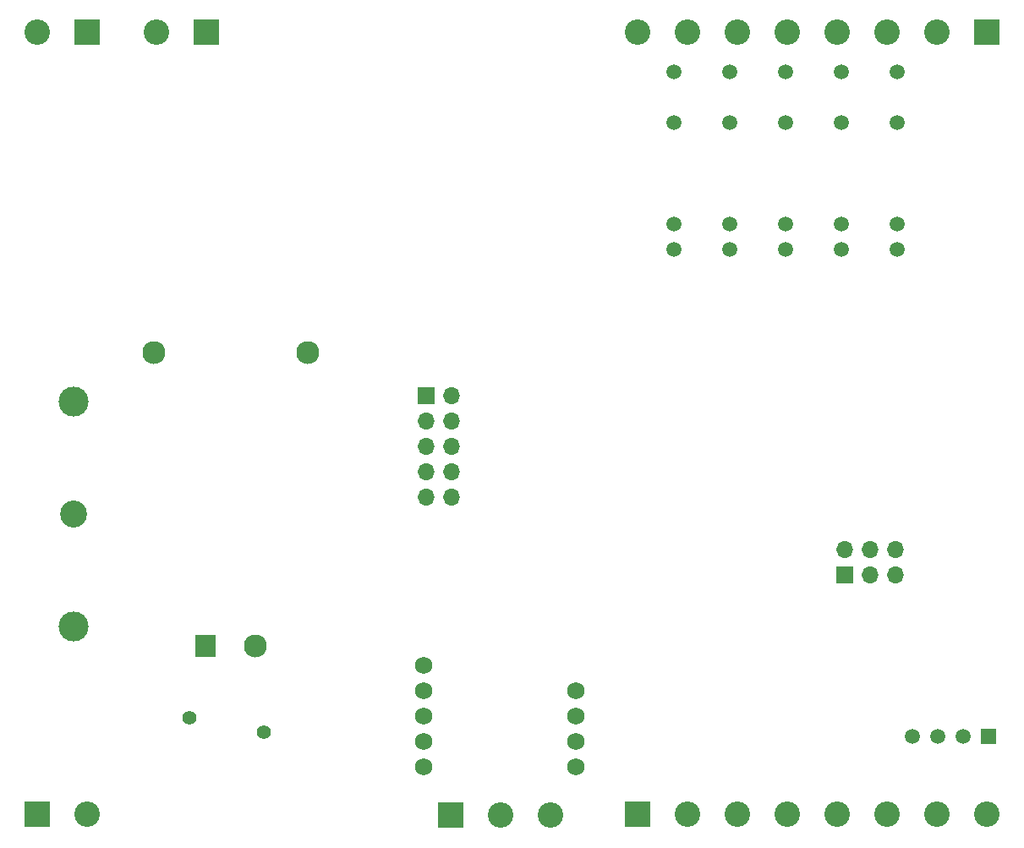
<source format=gbr>
%TF.GenerationSoftware,KiCad,Pcbnew,7.0.5*%
%TF.CreationDate,2023-07-28T21:19:53-04:00*%
%TF.ProjectId,proyecto de cuatrinestre,70726f79-6563-4746-9f20-646520637561,rev?*%
%TF.SameCoordinates,Original*%
%TF.FileFunction,Soldermask,Bot*%
%TF.FilePolarity,Negative*%
%FSLAX46Y46*%
G04 Gerber Fmt 4.6, Leading zero omitted, Abs format (unit mm)*
G04 Created by KiCad (PCBNEW 7.0.5) date 2023-07-28 21:19:53*
%MOMM*%
%LPD*%
G01*
G04 APERTURE LIST*
%ADD10R,1.508000X1.508000*%
%ADD11C,1.508000*%
%ADD12C,2.700000*%
%ADD13C,3.000000*%
%ADD14R,2.550000X2.550000*%
%ADD15C,2.550000*%
%ADD16R,2.000000X2.300000*%
%ADD17C,2.300000*%
%ADD18C,1.500000*%
%ADD19C,1.750000*%
%ADD20R,1.700000X1.700000*%
%ADD21O,1.700000X1.700000*%
%ADD22C,1.400000*%
G04 APERTURE END LIST*
D10*
%TO.C,U16*%
X260302500Y-180600000D03*
D11*
X257762500Y-180600000D03*
X255222500Y-180600000D03*
X252682500Y-180600000D03*
%TD*%
D12*
%TO.C,F3*%
X168710000Y-158350000D03*
D13*
X168710000Y-147100000D03*
X168710000Y-169600000D03*
%TD*%
D14*
%TO.C,J4*%
X206408000Y-188468000D03*
D15*
X211408000Y-188468000D03*
X216408000Y-188468000D03*
%TD*%
D16*
%TO.C,PS1*%
X181900000Y-171550000D03*
D17*
X186900000Y-171550000D03*
X176700000Y-142150000D03*
X192100000Y-142150000D03*
%TD*%
D14*
%TO.C,J1*%
X165040000Y-188380000D03*
D15*
X170040000Y-188380000D03*
%TD*%
D18*
%TO.C,U8*%
X251180000Y-131810000D03*
X251180000Y-129270000D03*
X251180000Y-119110000D03*
X251180000Y-114030000D03*
%TD*%
D14*
%TO.C,J2*%
X170030000Y-110087500D03*
D15*
X165030000Y-110087500D03*
%TD*%
D19*
%TO.C,U1*%
X203747000Y-183618000D03*
X203747000Y-181078000D03*
X203747000Y-178538000D03*
X203747000Y-175998000D03*
X203747000Y-173458000D03*
X218987000Y-175998000D03*
X218987000Y-178538000D03*
X218987000Y-181078000D03*
X218987000Y-183618000D03*
%TD*%
D18*
%TO.C,U11*%
X239970000Y-131810000D03*
X239970000Y-129270000D03*
X239970000Y-119110000D03*
X239970000Y-114030000D03*
%TD*%
D20*
%TO.C,J8*%
X203962000Y-146507200D03*
D21*
X206502000Y-146507200D03*
X203962000Y-149047200D03*
X206502000Y-149047200D03*
X203962000Y-151587200D03*
X206502000Y-151587200D03*
X203962000Y-154127200D03*
X206502000Y-154127200D03*
X203962000Y-156667200D03*
X206502000Y-156667200D03*
%TD*%
D18*
%TO.C,U7*%
X245575000Y-131810000D03*
X245575000Y-129270000D03*
X245575000Y-119110000D03*
X245575000Y-114030000D03*
%TD*%
D14*
%TO.C,J5*%
X260150000Y-110087500D03*
D15*
X255150000Y-110087500D03*
X250150000Y-110087500D03*
X245150000Y-110087500D03*
X240150000Y-110087500D03*
X235150000Y-110087500D03*
X230150000Y-110087500D03*
X225150000Y-110087500D03*
%TD*%
D18*
%TO.C,U9*%
X228760000Y-131810000D03*
X228760000Y-129270000D03*
X228760000Y-119110000D03*
X228760000Y-114030000D03*
%TD*%
D20*
%TO.C,J7*%
X245922800Y-164388800D03*
D21*
X245922800Y-161848800D03*
X248462800Y-164388800D03*
X248462800Y-161848800D03*
X251002800Y-164388800D03*
X251002800Y-161848800D03*
%TD*%
D14*
%TO.C,J6*%
X225150000Y-188380000D03*
D15*
X230150000Y-188380000D03*
X235150000Y-188380000D03*
X240150000Y-188380000D03*
X245150000Y-188380000D03*
X250150000Y-188380000D03*
X255150000Y-188380000D03*
X260150000Y-188380000D03*
%TD*%
D22*
%TO.C,RV1*%
X180250000Y-178700000D03*
X187750000Y-180200000D03*
%TD*%
D14*
%TO.C,J3*%
X182000000Y-110087500D03*
D15*
X177000000Y-110087500D03*
%TD*%
D18*
%TO.C,U10*%
X234365000Y-131810000D03*
X234365000Y-129270000D03*
X234365000Y-119110000D03*
X234365000Y-114030000D03*
%TD*%
M02*

</source>
